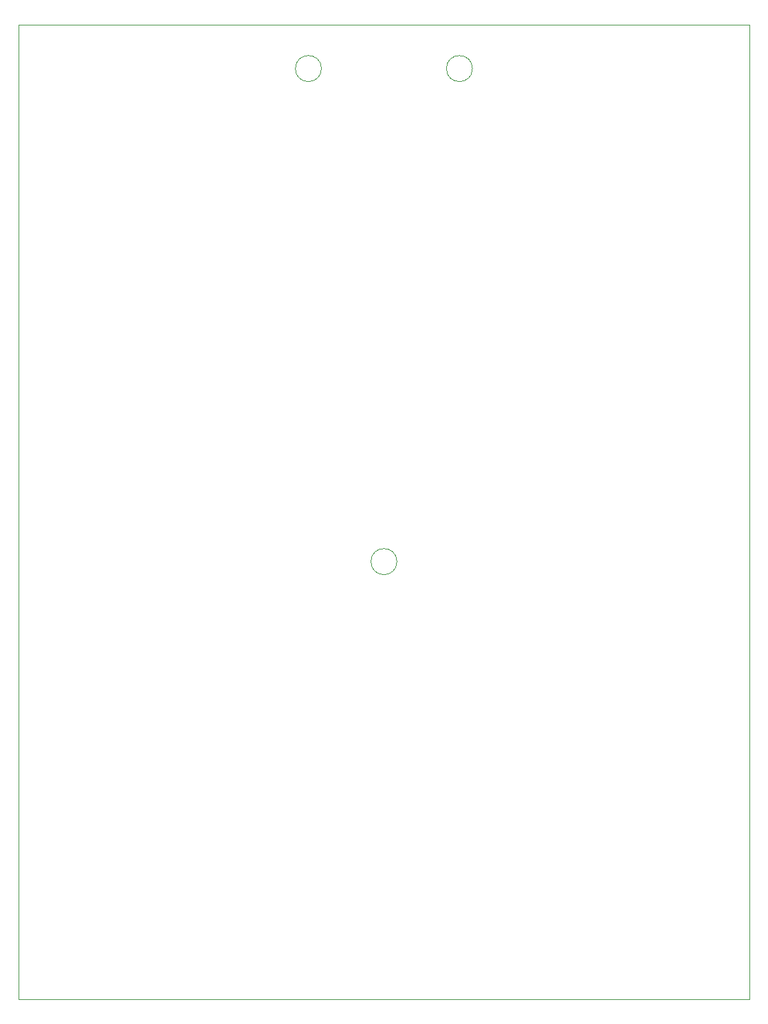
<source format=gbr>
%TF.GenerationSoftware,KiCad,Pcbnew,(5.1.10)-1*%
%TF.CreationDate,2024-11-06T19:54:47+01:00*%
%TF.ProjectId,NXPCupPlatine,4e585043-7570-4506-9c61-74696e652e6b,rev?*%
%TF.SameCoordinates,Original*%
%TF.FileFunction,Profile,NP*%
%FSLAX46Y46*%
G04 Gerber Fmt 4.6, Leading zero omitted, Abs format (unit mm)*
G04 Created by KiCad (PCBNEW (5.1.10)-1) date 2024-11-06 19:54:47*
%MOMM*%
%LPD*%
G01*
G04 APERTURE LIST*
%TA.AperFunction,Profile*%
%ADD10C,0.050000*%
%TD*%
G04 APERTURE END LIST*
D10*
X46600000Y-66100000D02*
G75*
G03*
X46600000Y-66100000I-1600000J0D01*
G01*
X55900000Y-5400000D02*
G75*
G03*
X55900000Y-5400000I-1600000J0D01*
G01*
X37300000Y-5400000D02*
G75*
G03*
X37300000Y-5400000I-1600000J0D01*
G01*
X90000000Y0D02*
X90000000Y-120000000D01*
X0Y-120000000D02*
X0Y0D01*
X90000000Y-120000000D02*
X0Y-120000000D01*
X0Y0D02*
X90000000Y0D01*
M02*

</source>
